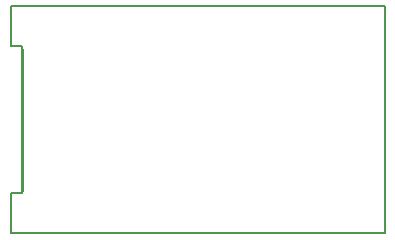
<source format=gko>
G04 Layer: BoardOutlineLayer*
G04 EasyEDA Pro v1.8.39, 2022-10-27 11:15:30*
G04 Gerber Generator version 0.3*
G04 Scale: 100 percent, Rotated: No, Reflected: No*
G04 Dimensions in millimeters*
G04 Leading zeros omitted, absolute positions, 3 integers and 3 decimals*
%FSLAX33Y33*%
%MOMM*%
%ADD10C,0.2*%
%ADD11C,0.254*%
G75*


G04 PolygonModel Start*
G54D10*
G01X2286Y19200D02*
G01X31700Y19200D01*
G01Y762D01*
G01Y0D01*
G01X0D01*
G01Y3400D01*
G01X1000D01*
G01Y15800D01*
G01X0D01*
G01Y19200D01*
G01X2286D01*
G54D11*
G01X996Y15599D02*
G01X996Y3601D01*
G04 PolygonModel End*

M02*

</source>
